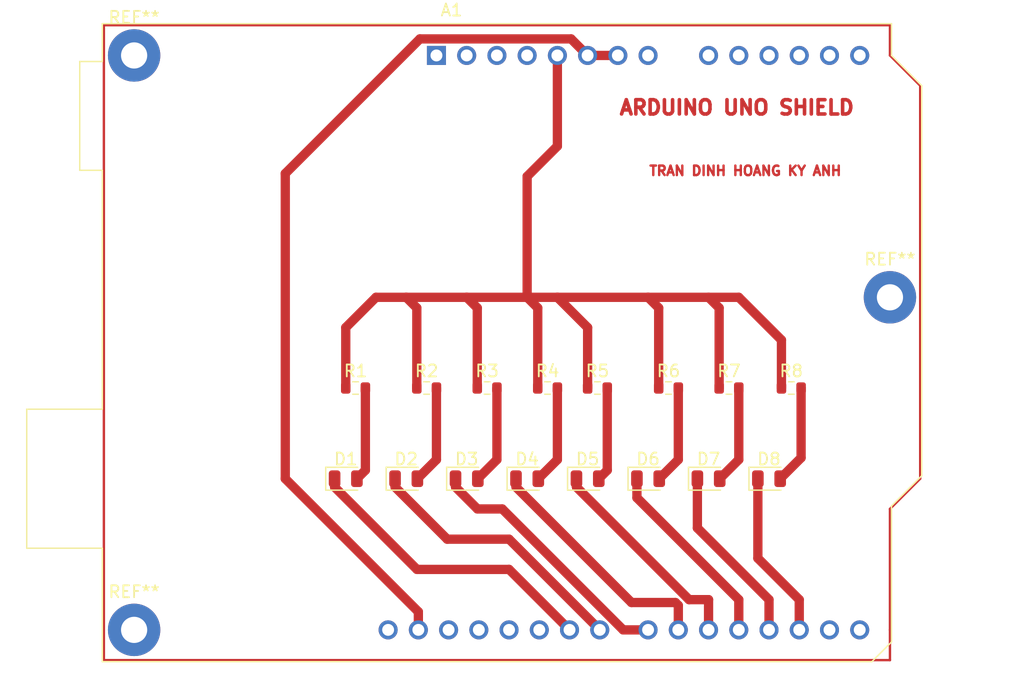
<source format=kicad_pcb>
(kicad_pcb (version 20221018) (generator pcbnew)
  (title_block (title "ARDUINO UNO SHIELD") (company "BACH KHOA") (comment 1 "TRAN DINH HOANG KY ANH"))
  (layers (0 "F.Cu" signal) (31 "B.Cu" signal) (34 "B.Paste" user) (35 "F.Paste" user) (36 "B.SilkS" user "B.Silkscreen") (37 "F.SilkS" user "F.Silkscreen") (38 "B.Mask" user) (39 "F.Mask" user) (44 "Edge.Cuts" user))
  (net 0 "")
  (net 5 "Net-(A1-+5V)")
  (net 6 "GND")
  (net 16 "Net-(A1-D2)")
  (net 17 "Net-(A1-D3)")
  (net 18 "Net-(A1-D4)")
  (net 19 "Net-(A1-D5)")
  (net 20 "Net-(A1-D6)")
  (net 21 "Net-(A1-D7)")
  (net 22 "Net-(A1-D8)")
  (net 23 "Net-(A1-D9)")
  (net 29 "Net-(D1-A)")
  (net 30 "Net-(D2-A)")
  (net 31 "Net-(D3-A)")
  (net 32 "Net-(D4-A)")
  (net 33 "Net-(D5-A)")
  (net 34 "Net-(D6-A)")
  (net 35 "Net-(D7-A)")
  (net 36 "Net-(D8-A)")
  (footprint "MountingHole:MountingHole_2.2mm_M2_Pad" (layer "F.Cu") (at 132.08 121.92)
    (fp_text reference "REF**" (at 0 -3.2) (layer "F.SilkS"))
    (fp_text value "MountingHole_2.2mm_M2_Pad")
    (pad "1" thru_hole circle (at 0 0) (size 4.4 4.4) (drill 2.2) (layers "*.Cu" "*.Mask"))
  )
  (footprint "LED_SMD:LED_0805_2012Metric" (layer "F.Cu") (at 86.36 137.16)
    (fp_text reference "D1" (at 0 -1.65) (layer "F.SilkS"))
    (fp_text value "LED")
    (fp_line (start -1.685 -0.96) (end -1.685 0.96) (stroke (width 0.12)) (layer "F.SilkS"))
    (fp_line (start -1.685 0.96) (end 1 0.96) (stroke (width 0.12)) (layer "F.SilkS"))
    (fp_line (start 1 -0.96) (end -1.685 -0.96) (stroke (width 0.12)) (layer "F.SilkS"))
    (pad "1" smd roundrect (at -0.9375 0) (size 0.975 1.4) (layers "F.Cu" "F.Paste" "F.Mask") (net 23 "Net-(A1-D9)"))
    (pad "2" smd roundrect (at 0.9375 0) (size 0.975 1.4) (layers "F.Cu" "F.Paste" "F.Mask") (net 29 "Net-(D1-A)"))
  )
  (footprint "Resistor_SMD:R_0603_1608Metric" (layer "F.Cu") (at 103.315 129.54)
    (fp_text reference "R4" (at 0 -1.43) (layer "F.SilkS"))
    (fp_text value "247")
    (fp_line (start -0.237258 -0.5225) (end 0.237258 -0.5225) (stroke (width 0.12)) (layer "F.SilkS"))
    (fp_line (start -0.237258 0.5225) (end 0.237258 0.5225) (stroke (width 0.12)) (layer "F.SilkS"))
    (pad "1" smd roundrect (at -0.825 0) (size 0.8 0.95) (layers "F.Cu" "F.Paste" "F.Mask") (net 5 "Net-(A1-+5V)"))
    (pad "2" smd roundrect (at 0.825 0) (size 0.8 0.95) (layers "F.Cu" "F.Paste" "F.Mask") (net 32 "Net-(D4-A)"))
  )
  (footprint "LED_SMD:LED_0805_2012Metric" (layer "F.Cu") (at 101.6 137.16)
    (fp_text reference "D4" (at 0 -1.65) (layer "F.SilkS"))
    (fp_text value "LED")
    (fp_line (start -1.685 -0.96) (end -1.685 0.96) (stroke (width 0.12)) (layer "F.SilkS"))
    (fp_line (start -1.685 0.96) (end 1 0.96) (stroke (width 0.12)) (layer "F.SilkS"))
    (fp_line (start 1 -0.96) (end -1.685 -0.96) (stroke (width 0.12)) (layer "F.SilkS"))
    (pad "1" smd roundrect (at -0.9375 0) (size 0.975 1.4) (layers "F.Cu" "F.Paste" "F.Mask") (net 20 "Net-(A1-D6)"))
    (pad "2" smd roundrect (at 0.9375 0) (size 0.975 1.4) (layers "F.Cu" "F.Paste" "F.Mask") (net 32 "Net-(D4-A)"))
  )
  (footprint "LED_SMD:LED_0805_2012Metric" (layer "F.Cu") (at 91.44 137.16)
    (fp_text reference "D2" (at 0 -1.65) (layer "F.SilkS"))
    (fp_text value "LED")
    (fp_line (start -1.685 -0.96) (end -1.685 0.96) (stroke (width 0.12)) (layer "F.SilkS"))
    (fp_line (start -1.685 0.96) (end 1 0.96) (stroke (width 0.12)) (layer "F.SilkS"))
    (fp_line (start 1 -0.96) (end -1.685 -0.96) (stroke (width 0.12)) (layer "F.SilkS"))
    (pad "1" smd roundrect (at -0.9375 0) (size 0.975 1.4) (layers "F.Cu" "F.Paste" "F.Mask") (net 22 "Net-(A1-D8)"))
    (pad "2" smd roundrect (at 0.9375 0) (size 0.975 1.4) (layers "F.Cu" "F.Paste" "F.Mask") (net 30 "Net-(D2-A)"))
  )
  (footprint "MountingHole:MountingHole_2.2mm_M2_Pad" (layer "F.Cu") (at 68.58 101.6)
    (fp_text reference "REF**" (at 0 -3.2) (layer "F.SilkS"))
    (fp_text value "MountingHole_2.2mm_M2_Pad")
    (pad "1" thru_hole circle (at 0 0) (size 4.4 4.4) (drill 2.2) (layers "*.Cu" "*.Mask"))
  )
  (footprint "Resistor_SMD:R_0603_1608Metric" (layer "F.Cu") (at 123.79 129.54)
    (fp_text reference "R8" (at 0 -1.43) (layer "F.SilkS"))
    (fp_text value "247")
    (fp_line (start -0.237258 -0.5225) (end 0.237258 -0.5225) (stroke (width 0.12)) (layer "F.SilkS"))
    (fp_line (start -0.237258 0.5225) (end 0.237258 0.5225) (stroke (width 0.12)) (layer "F.SilkS"))
    (pad "1" smd roundrect (at -0.825 0) (size 0.8 0.95) (layers "F.Cu" "F.Paste" "F.Mask") (net 5 "Net-(A1-+5V)"))
    (pad "2" smd roundrect (at 0.825 0) (size 0.8 0.95) (layers "F.Cu" "F.Paste" "F.Mask") (net 36 "Net-(D8-A)"))
  )
  (footprint "MountingHole:MountingHole_2.2mm_M2_Pad" (layer "F.Cu") (at 68.58 149.86)
    (fp_text reference "REF**" (at 0 -3.2) (layer "F.SilkS"))
    (fp_text value "MountingHole_2.2mm_M2_Pad")
    (pad "1" thru_hole circle (at 0 0) (size 4.4 4.4) (drill 2.2) (layers "*.Cu" "*.Mask"))
  )
  (footprint "Module:Arduino_UNO_R2" (layer "F.Cu") (at 93.98 101.6)
    (fp_text reference "A1" (at 1.27 -3.81 180) (layer "F.SilkS"))
    (fp_text value "Arduino_UNO_R2")
    (fp_line (start -34.42 29.72) (end -34.42 41.4) (stroke (width 0.12)) (layer "F.SilkS"))
    (fp_line (start -34.42 41.4) (end -28.07 41.4) (stroke (width 0.12)) (layer "F.SilkS"))
    (fp_line (start -29.97 0.51) (end -29.97 9.65) (stroke (width 0.12)) (layer "F.SilkS"))
    (fp_line (start -29.97 9.65) (end -28.07 9.65) (stroke (width 0.12)) (layer "F.SilkS"))
    (fp_line (start -28.07 -2.67) (end -28.07 0.51) (stroke (width 0.12)) (layer "F.SilkS"))
    (fp_line (start -28.07 0.51) (end -29.97 0.51) (stroke (width 0.12)) (layer "F.SilkS"))
    (fp_line (start -28.07 9.65) (end -28.07 29.72) (stroke (width 0.12)) (layer "F.SilkS"))
    (fp_line (start -28.07 29.72) (end -34.42 29.72) (stroke (width 0.12)) (layer "F.SilkS"))
    (fp_line (start -28.07 41.4) (end -28.07 50.93) (stroke (width 0.12)) (layer "F.SilkS"))
    (fp_line (start -28.07 50.93) (end 36.58 50.93) (stroke (width 0.12)) (layer "F.SilkS"))
    (fp_line (start 36.58 50.93) (end 38.23 49.28) (stroke (width 0.12)) (layer "F.SilkS"))
    (fp_line (start 38.23 -2.67) (end -28.07 -2.67) (stroke (width 0.12)) (layer "F.SilkS"))
    (fp_line (start 38.23 0) (end 38.23 -2.67) (stroke (width 0.12)) (layer "F.SilkS"))
    (fp_line (start 38.23 37.85) (end 40.77 35.31) (stroke (width 0.12)) (layer "F.SilkS"))
    (fp_line (start 38.23 49.28) (end 38.23 37.85) (stroke (width 0.12)) (layer "F.SilkS"))
    (fp_line (start 40.77 2.54) (end 38.23 0) (stroke (width 0.12)) (layer "F.SilkS"))
    (fp_line (start 40.77 35.31) (end 40.77 2.54) (stroke (width 0.12)) (layer "F.SilkS"))
    (pad "1" thru_hole rect (at 0 0 90) (size 1.6 1.6) (drill 1) (layers "*.Cu" "*.Mask"))
    (pad "2" thru_hole oval (at 2.54 0 90) (size 1.6 1.6) (drill 1) (layers "*.Cu" "*.Mask"))
    (pad "3" thru_hole oval (at 5.08 0 90) (size 1.6 1.6) (drill 1) (layers "*.Cu" "*.Mask"))
    (pad "4" thru_hole oval (at 7.62 0 90) (size 1.6 1.6) (drill 1) (layers "*.Cu" "*.Mask"))
    (pad "5" thru_hole oval (at 10.16 0 90) (size 1.6 1.6) (drill 1) (layers "*.Cu" "*.Mask") (net 5 "Net-(A1-+5V)"))
    (pad "6" thru_hole oval (at 12.7 0 90) (size 1.6 1.6) (drill 1) (layers "*.Cu" "*.Mask") (net 6 "GND"))
    (pad "7" thru_hole oval (at 15.24 0 90) (size 1.6 1.6) (drill 1) (layers "*.Cu" "*.Mask") (net 6 "GND"))
    (pad "8" thru_hole oval (at 17.78 0 90) (size 1.6 1.6) (drill 1) (layers "*.Cu" "*.Mask"))
    (pad "9" thru_hole oval (at 22.86 0 90) (size 1.6 1.6) (drill 1) (layers "*.Cu" "*.Mask"))
    (pad "10" thru_hole oval (at 25.4 0 90) (size 1.6 1.6) (drill 1) (layers "*.Cu" "*.Mask"))
    (pad "11" thru_hole oval (at 27.94 0 90) (size 1.6 1.6) (drill 1) (layers "*.Cu" "*.Mask"))
    (pad "12" thru_hole oval (at 30.48 0 90) (size 1.6 1.6) (drill 1) (layers "*.Cu" "*.Mask"))
    (pad "13" thru_hole oval (at 33.02 0 90) (size 1.6 1.6) (drill 1) (layers "*.Cu" "*.Mask"))
    (pad "14" thru_hole oval (at 35.56 0 90) (size 1.6 1.6) (drill 1) (layers "*.Cu" "*.Mask"))
    (pad "15" thru_hole oval (at 35.56 48.26 90) (size 1.6 1.6) (drill 1) (layers "*.Cu" "*.Mask"))
    (pad "16" thru_hole oval (at 33.02 48.26 90) (size 1.6 1.6) (drill 1) (layers "*.Cu" "*.Mask"))
    (pad "17" thru_hole oval (at 30.48 48.26 90) (size 1.6 1.6) (drill 1) (layers "*.Cu" "*.Mask") (net 16 "Net-(A1-D2)"))
    (pad "18" thru_hole oval (at 27.94 48.26 90) (size 1.6 1.6) (drill 1) (layers "*.Cu" "*.Mask") (net 17 "Net-(A1-D3)"))
    (pad "19" thru_hole oval (at 25.4 48.26 90) (size 1.6 1.6) (drill 1) (layers "*.Cu" "*.Mask") (net 18 "Net-(A1-D4)"))
    (pad "20" thru_hole oval (at 22.86 48.26 90) (size 1.6 1.6) (drill 1) (layers "*.Cu" "*.Mask") (net 19 "Net-(A1-D5)"))
    (pad "21" thru_hole oval (at 20.32 48.26 90) (size 1.6 1.6) (drill 1) (layers "*.Cu" "*.Mask") (net 20 "Net-(A1-D6)"))
    (pad "22" thru_hole oval (at 17.78 48.26 90) (size 1.6 1.6) (drill 1) (layers "*.Cu" "*.Mask") (net 21 "Net-(A1-D7)"))
    (pad "23" thru_hole oval (at 13.72 48.26 90) (size 1.6 1.6) (drill 1) (layers "*.Cu" "*.Mask") (net 22 "Net-(A1-D8)"))
    (pad "24" thru_hole oval (at 11.18 48.26 90) (size 1.6 1.6) (drill 1) (layers "*.Cu" "*.Mask") (net 23 "Net-(A1-D9)"))
    (pad "25" thru_hole oval (at 8.64 48.26 90) (size 1.6 1.6) (drill 1) (layers "*.Cu" "*.Mask"))
    (pad "26" thru_hole oval (at 6.1 48.26 90) (size 1.6 1.6) (drill 1) (layers "*.Cu" "*.Mask"))
    (pad "27" thru_hole oval (at 3.56 48.26 90) (size 1.6 1.6) (drill 1) (layers "*.Cu" "*.Mask"))
    (pad "28" thru_hole oval (at 1.02 48.26 90) (size 1.6 1.6) (drill 1) (layers "*.Cu" "*.Mask"))
    (pad "29" thru_hole oval (at -1.52 48.26 90) (size 1.6 1.6) (drill 1) (layers "*.Cu" "*.Mask") (net 6 "GND"))
    (pad "30" thru_hole oval (at -4.06 48.26 90) (size 1.6 1.6) (drill 1) (layers "*.Cu" "*.Mask"))
  )
  (footprint "LED_SMD:LED_0805_2012Metric" (layer "F.Cu") (at 96.52 137.16)
    (fp_text reference "D3" (at 0 -1.65) (layer "F.SilkS"))
    (fp_text value "LED")
    (fp_line (start -1.685 -0.96) (end -1.685 0.96) (stroke (width 0.12)) (layer "F.SilkS"))
    (fp_line (start -1.685 0.96) (end 1 0.96) (stroke (width 0.12)) (layer "F.SilkS"))
    (fp_line (start 1 -0.96) (end -1.685 -0.96) (stroke (width 0.12)) (layer "F.SilkS"))
    (pad "1" smd roundrect (at -0.9375 0) (size 0.975 1.4) (layers "F.Cu" "F.Paste" "F.Mask") (net 21 "Net-(A1-D7)"))
    (pad "2" smd roundrect (at 0.9375 0) (size 0.975 1.4) (layers "F.Cu" "F.Paste" "F.Mask") (net 31 "Net-(D3-A)"))
  )
  (footprint "LED_SMD:LED_0805_2012Metric" (layer "F.Cu") (at 111.76 137.16)
    (fp_text reference "D6" (at 0 -1.65) (layer "F.SilkS"))
    (fp_text value "LED")
    (fp_line (start -1.685 -0.96) (end -1.685 0.96) (stroke (width 0.12)) (layer "F.SilkS"))
    (fp_line (start -1.685 0.96) (end 1 0.96) (stroke (width 0.12)) (layer "F.SilkS"))
    (fp_line (start 1 -0.96) (end -1.685 -0.96) (stroke (width 0.12)) (layer "F.SilkS"))
    (pad "1" smd roundrect (at -0.9375 0) (size 0.975 1.4) (layers "F.Cu" "F.Paste" "F.Mask") (net 18 "Net-(A1-D4)"))
    (pad "2" smd roundrect (at 0.9375 0) (size 0.975 1.4) (layers "F.Cu" "F.Paste" "F.Mask") (net 34 "Net-(D6-A)"))
  )
  (footprint "LED_SMD:LED_0805_2012Metric" (layer "F.Cu") (at 121.92 137.16)
    (fp_text reference "D8" (at 0 -1.65) (layer "F.SilkS"))
    (fp_text value "LED")
    (fp_line (start -1.685 -0.96) (end -1.685 0.96) (stroke (width 0.12)) (layer "F.SilkS"))
    (fp_line (start -1.685 0.96) (end 1 0.96) (stroke (width 0.12)) (layer "F.SilkS"))
    (fp_line (start 1 -0.96) (end -1.685 -0.96) (stroke (width 0.12)) (layer "F.SilkS"))
    (pad "1" smd roundrect (at -0.9375 0) (size 0.975 1.4) (layers "F.Cu" "F.Paste" "F.Mask") (net 16 "Net-(A1-D2)"))
    (pad "2" smd roundrect (at 0.9375 0) (size 0.975 1.4) (layers "F.Cu" "F.Paste" "F.Mask") (net 36 "Net-(D8-A)"))
  )
  (footprint "Resistor_SMD:R_0603_1608Metric" (layer "F.Cu") (at 107.505 129.54)
    (fp_text reference "R5" (at 0 -1.43) (layer "F.SilkS"))
    (fp_text value "247")
    (fp_line (start -0.237258 -0.5225) (end 0.237258 -0.5225) (stroke (width 0.12)) (layer "F.SilkS"))
    (fp_line (start -0.237258 0.5225) (end 0.237258 0.5225) (stroke (width 0.12)) (layer "F.SilkS"))
    (pad "1" smd roundrect (at -0.825 0) (size 0.8 0.95) (layers "F.Cu" "F.Paste" "F.Mask") (net 5 "Net-(A1-+5V)"))
    (pad "2" smd roundrect (at 0.825 0) (size 0.8 0.95) (layers "F.Cu" "F.Paste" "F.Mask") (net 33 "Net-(D5-A)"))
  )
  (footprint "Resistor_SMD:R_0603_1608Metric" (layer "F.Cu") (at 113.475 129.54)
    (fp_text reference "R6" (at 0 -1.43) (layer "F.SilkS"))
    (fp_text value "247")
    (fp_line (start -0.237258 -0.5225) (end 0.237258 -0.5225) (stroke (width 0.12)) (layer "F.SilkS"))
    (fp_line (start -0.237258 0.5225) (end 0.237258 0.5225) (stroke (width 0.12)) (layer "F.SilkS"))
    (pad "1" smd roundrect (at -0.825 0) (size 0.8 0.95) (layers "F.Cu" "F.Paste" "F.Mask") (net 5 "Net-(A1-+5V)"))
    (pad "2" smd roundrect (at 0.825 0) (size 0.8 0.95) (layers "F.Cu" "F.Paste" "F.Mask") (net 34 "Net-(D6-A)"))
  )
  (footprint "LED_SMD:LED_0805_2012Metric" (layer "F.Cu") (at 106.68 137.16)
    (fp_text reference "D5" (at 0 -1.65) (layer "F.SilkS"))
    (fp_text value "LED")
    (fp_line (start -1.685 -0.96) (end -1.685 0.96) (stroke (width 0.12)) (layer "F.SilkS"))
    (fp_line (start -1.685 0.96) (end 1 0.96) (stroke (width 0.12)) (layer "F.SilkS"))
    (fp_line (start 1 -0.96) (end -1.685 -0.96) (stroke (width 0.12)) (layer "F.SilkS"))
    (pad "1" smd roundrect (at -0.9375 0) (size 0.975 1.4) (layers "F.Cu" "F.Paste" "F.Mask") (net 19 "Net-(A1-D5)"))
    (pad "2" smd roundrect (at 0.9375 0) (size 0.975 1.4) (layers "F.Cu" "F.Paste" "F.Mask") (net 33 "Net-(D5-A)"))
  )
  (footprint "Resistor_SMD:R_0603_1608Metric" (layer "F.Cu") (at 118.555 129.54)
    (fp_text reference "R7" (at 0 -1.43) (layer "F.SilkS"))
    (fp_text value "247")
    (fp_line (start -0.237258 -0.5225) (end 0.237258 -0.5225) (stroke (width 0.12)) (layer "F.SilkS"))
    (fp_line (start -0.237258 0.5225) (end 0.237258 0.5225) (stroke (width 0.12)) (layer "F.SilkS"))
    (pad "1" smd roundrect (at -0.825 0) (size 0.8 0.95) (layers "F.Cu" "F.Paste" "F.Mask") (net 5 "Net-(A1-+5V)"))
    (pad "2" smd roundrect (at 0.825 0) (size 0.8 0.95) (layers "F.Cu" "F.Paste" "F.Mask") (net 35 "Net-(D7-A)"))
  )
  (footprint "LED_SMD:LED_0805_2012Metric" (layer "F.Cu") (at 116.84 137.16)
    (fp_text reference "D7" (at 0 -1.65) (layer "F.SilkS"))
    (fp_text value "LED")
    (fp_line (start -1.685 -0.96) (end -1.685 0.96) (stroke (width 0.12)) (layer "F.SilkS"))
    (fp_line (start -1.685 0.96) (end 1 0.96) (stroke (width 0.12)) (layer "F.SilkS"))
    (fp_line (start 1 -0.96) (end -1.685 -0.96) (stroke (width 0.12)) (layer "F.SilkS"))
    (pad "1" smd roundrect (at -0.9375 0) (size 0.975 1.4) (layers "F.Cu" "F.Paste" "F.Mask") (net 17 "Net-(A1-D3)"))
    (pad "2" smd roundrect (at 0.9375 0) (size 0.975 1.4) (layers "F.Cu" "F.Paste" "F.Mask") (net 35 "Net-(D7-A)"))
  )
  (footprint "Resistor_SMD:R_0603_1608Metric" (layer "F.Cu") (at 98.235 129.54)
    (fp_text reference "R3" (at 0 -1.43) (layer "F.SilkS"))
    (fp_text value "247")
    (fp_line (start -0.237258 -0.5225) (end 0.237258 -0.5225) (stroke (width 0.12)) (layer "F.SilkS"))
    (fp_line (start -0.237258 0.5225) (end 0.237258 0.5225) (stroke (width 0.12)) (layer "F.SilkS"))
    (pad "1" smd roundrect (at -0.825 0) (size 0.8 0.95) (layers "F.Cu" "F.Paste" "F.Mask") (net 5 "Net-(A1-+5V)"))
    (pad "2" smd roundrect (at 0.825 0) (size 0.8 0.95) (layers "F.Cu" "F.Paste" "F.Mask") (net 31 "Net-(D3-A)"))
  )
  (footprint "Resistor_SMD:R_0603_1608Metric" (layer "F.Cu") (at 87.185 129.54)
    (fp_text reference "R1" (at 0 -1.43) (layer "F.SilkS"))
    (fp_text value "247")
    (fp_line (start -0.237258 -0.5225) (end 0.237258 -0.5225) (stroke (width 0.12)) (layer "F.SilkS"))
    (fp_line (start -0.237258 0.5225) (end 0.237258 0.5225) (stroke (width 0.12)) (layer "F.SilkS"))
    (pad "1" smd roundrect (at -0.825 0) (size 0.8 0.95) (layers "F.Cu" "F.Paste" "F.Mask") (net 5 "Net-(A1-+5V)"))
    (pad "2" smd roundrect (at 0.825 0) (size 0.8 0.95) (layers "F.Cu" "F.Paste" "F.Mask") (net 29 "Net-(D1-A)"))
  )
  (footprint "Resistor_SMD:R_0603_1608Metric" (layer "F.Cu") (at 93.155 129.54)
    (fp_text reference "R2" (at 0 -1.43) (layer "F.SilkS"))
    (fp_text value "247")
    (fp_line (start -0.237258 -0.5225) (end 0.237258 -0.5225) (stroke (width 0.12)) (layer "F.SilkS"))
    (fp_line (start -0.237258 0.5225) (end 0.237258 0.5225) (stroke (width 0.12)) (layer "F.SilkS"))
    (pad "1" smd roundrect (at -0.825 0) (size 0.8 0.95) (layers "F.Cu" "F.Paste" "F.Mask") (net 5 "Net-(A1-+5V)"))
    (pad "2" smd roundrect (at 0.825 0) (size 0.8 0.95) (layers "F.Cu" "F.Paste" "F.Mask") (net 30 "Net-(D2-A)"))
  )
  (gr_line (start 132.08 101.6) (end 134.62 104.14) (stroke (width 0.2)) (layer "F.Cu"))
  (gr_line (start 132.08 152.4) (end 66.04 152.4) (stroke (width 0.2)) (layer "F.Cu"))
  (gr_line (start 134.62 137.16) (end 132.08 139.7) (stroke (width 0.2)) (layer "F.Cu"))
  (gr_line (start 132.08 149.86) (end 132.08 152.4) (stroke (width 0.2)) (layer "F.Cu"))
  (gr_line (start 132.08 139.7) (end 132.08 149.86) (stroke (width 0.2)) (layer "F.Cu"))
  (gr_line (start 132.08 99.06) (end 132.08 101.6) (stroke (width 0.2)) (layer "F.Cu"))
  (gr_line (start 134.62 104.14) (end 134.62 137.16) (stroke (width 0.2)) (layer "F.Cu"))
  (gr_line (start 66.04 152.4) (end 66.04 99.06) (stroke (width 0.2)) (layer "F.Cu"))
  (gr_line (start 66.04 99.06) (end 132.08 99.06) (stroke (width 0.2)) (layer "F.Cu"))
  (gr_text "ARDUINO UNO SHIELD" (at 109.22 106.68) (layer "F.Cu") (effects (font (size 1.2 1.2) (thickness 0.3) bold) (justify left bottom)))
  (gr_text "TRAN DINH HOANG KY ANH" (at 111.76 111.76) (layer "F.Cu") (effects (font (size 0.8 0.8) (thickness 0.2) bold) (justify left bottom)))
  (segment (start 117.73 122.81) (end 116.84 121.92) (width 0.78) (layer "F.Cu") (net 5))
  (segment (start 104.14 121.92) (end 111.76 121.92) (width 0.78) (layer "F.Cu") (net 5))
  (segment (start 102.49 122.81) (end 101.6 121.92) (width 0.78) (layer "F.Cu") (net 5))
  (segment (start 86.36 124.46) (end 88.9 121.92) (width 0.78) (layer "F.Cu") (net 5))
  (segment (start 117.73 129.54) (end 117.73 122.81) (width 0.78) (layer "F.Cu") (net 5))
  (segment (start 86.36 129.54) (end 86.36 124.46) (width 0.78) (layer "F.Cu") (net 5))
  (segment (start 106.68 124.46) (end 104.14 121.92) (width 0.78) (layer "F.Cu") (net 5))
  (segment (start 111.76 121.92) (end 119.38 121.92) (width 0.78) (layer "F.Cu") (net 5))
  (segment (start 92.33 129.54) (end 92.33 122.81) (width 0.78) (layer "F.Cu") (net 5))
  (segment (start 119.38 121.92) (end 122.965 125.505) (width 0.78) (layer "F.Cu") (net 5))
  (segment (start 96.52 121.92) (end 101.6 121.92) (width 0.78) (layer "F.Cu") (net 5))
  (segment (start 97.41 129.54) (end 97.41 122.81) (width 0.78) (layer "F.Cu") (net 5))
  (segment (start 102.49 129.54) (end 102.49 122.81) (width 0.78) (layer "F.Cu") (net 5))
  (segment (start 91.44 121.92) (end 96.52 121.92) (width 0.78) (layer "F.Cu") (net 5))
  (segment (start 97.41 122.81) (end 96.52 121.92) (width 0.78) (layer "F.Cu") (net 5))
  (segment (start 104.14 109.22) (end 101.6 111.76) (width 0.78) (layer "F.Cu") (net 5))
  (segment (start 112.65 129.54) (end 112.65 122.81) (width 0.78) (layer "F.Cu") (net 5))
  (segment (start 101.6 111.76) (end 101.6 121.92) (width 0.78) (layer "F.Cu") (net 5))
  (segment (start 101.6 121.92) (end 104.14 121.92) (width 0.78) (layer "F.Cu") (net 5))
  (segment (start 112.65 122.81) (end 111.76 121.92) (width 0.78) (layer "F.Cu") (net 5))
  (segment (start 122.965 125.505) (end 122.965 129.54) (width 0.78) (layer "F.Cu") (net 5))
  (segment (start 88.9 121.92) (end 91.44 121.92) (width 0.78) (layer "F.Cu") (net 5))
  (segment (start 92.33 122.81) (end 91.44 121.92) (width 0.78) (layer "F.Cu") (net 5))
  (segment (start 106.68 129.54) (end 106.68 124.46) (width 0.78) (layer "F.Cu") (net 5))
  (segment (start 104.14 101.6) (end 104.14 109.22) (width 0.78) (layer "F.Cu") (net 5))
  (segment (start 81.28 111.52) (end 92.59 100.21) (width 0.78) (layer "F.Cu") (net 6))
  (segment (start 92.46 149.86) (end 92.46 148.34) (width 0.78) (layer "F.Cu") (net 6))
  (segment (start 81.28 137.16) (end 81.28 111.52) (width 0.78) (layer "F.Cu") (net 6))
  (segment (start 92.59 100.21) (end 105.29 100.21) (width 0.78) (layer "F.Cu") (net 6))
  (segment (start 109.22 101.6) (end 106.68 101.6) (width 0.78) (layer "F.Cu") (net 6))
  (segment (start 105.29 100.21) (end 106.68 101.6) (width 0.78) (layer "F.Cu") (net 6))
  (segment (start 92.46 148.34) (end 81.28 137.16) (width 0.78) (layer "F.Cu") (net 6))
  (segment (start 124.46 149.86) (end 124.46 147.32) (width 0.78) (layer "F.Cu") (net 16))
  (segment (start 124.46 147.32) (end 120.9825 143.8425) (width 0.78) (layer "F.Cu") (net 16))
  (segment (start 120.9825 143.8425) (end 120.9825 137.16) (width 0.78) (layer "F.Cu") (net 16))
  (segment (start 115.9025 141.3025) (end 121.92 147.32) (width 0.78) (layer "F.Cu") (net 17))
  (segment (start 121.92 147.32) (end 121.92 149.86) (width 0.78) (layer "F.Cu") (net 17))
  (segment (start 115.9025 137.16) (end 115.9025 141.3025) (width 0.78) (layer "F.Cu") (net 17))
  (segment (start 119.38 147.32) (end 119.38 149.86) (width 0.78) (layer "F.Cu") (net 18))
  (segment (start 110.8225 138.7625) (end 119.38 147.32) (width 0.78) (layer "F.Cu") (net 18))
  (segment (start 110.8225 137.16) (end 110.8225 138.7625) (width 0.78) (layer "F.Cu") (net 18))
  (segment (start 105.7425 137.859999) (end 115.202501 147.32) (width 0.78) (layer "F.Cu") (net 19))
  (segment (start 105.7425 137.16) (end 105.7425 137.859999) (width 0.78) (layer "F.Cu") (net 19))
  (segment (start 116.84 147.32) (end 116.84 149.86) (width 0.78) (layer "F.Cu") (net 19))
  (segment (start 115.202501 147.32) (end 116.84 147.32) (width 0.78) (layer "F.Cu") (net 19))
  (segment (start 110.364215 147.561714) (end 114.058286 147.561714) (width 0.78) (layer "F.Cu") (net 20))
  (segment (start 100.6625 137.16) (end 100.6625 137.859999) (width 0.78) (layer "F.Cu") (net 20))
  (segment (start 100.6625 137.859999) (end 110.364215 147.561714) (width 0.78) (layer "F.Cu") (net 20))
  (segment (start 114.3 147.803428) (end 114.3 149.86) (width 0.78) (layer "F.Cu") (net 20))
  (segment (start 114.058286 147.561714) (end 114.3 147.803428) (width 0.78) (layer "F.Cu") (net 20))
  (segment (start 97.422501 139.7) (end 99.505757 139.7) (width 0.78) (layer "F.Cu") (net 21))
  (segment (start 109.665757 149.86) (end 111.76 149.86) (width 0.78) (layer "F.Cu") (net 21))
  (segment (start 95.5825 137.16) (end 95.5825 137.859999) (width 0.78) (layer "F.Cu") (net 21))
  (segment (start 99.505757 139.7) (end 109.665757 149.86) (width 0.78) (layer "F.Cu") (net 21))
  (segment (start 95.5825 137.859999) (end 97.422501 139.7) (width 0.78) (layer "F.Cu") (net 21))
  (segment (start 90.5025 137.859999) (end 94.882501 142.24) (width 0.78) (layer "F.Cu") (net 22))
  (segment (start 90.5025 137.16) (end 90.5025 137.859999) (width 0.78) (layer "F.Cu") (net 22))
  (segment (start 100.08 142.24) (end 107.7 149.86) (width 0.78) (layer "F.Cu") (net 22))
  (segment (start 94.882501 142.24) (end 100.08 142.24) (width 0.78) (layer "F.Cu") (net 22))
  (segment (start 100.08 144.78) (end 105.16 149.86) (width 0.78) (layer "F.Cu") (net 23))
  (segment (start 85.4225 137.859999) (end 92.342501 144.78) (width 0.78) (layer "F.Cu") (net 23))
  (segment (start 85.4225 137.16) (end 85.4225 137.859999) (width 0.78) (layer "F.Cu") (net 23))
  (segment (start 92.342501 144.78) (end 100.08 144.78) (width 0.78) (layer "F.Cu") (net 23))
  (segment (start 88.01 136.4475) (end 87.2975 137.16) (width 0.78) (layer "F.Cu") (net 29))
  (segment (start 88.01 129.54) (end 88.01 136.4475) (width 0.78) (layer "F.Cu") (net 29))
  (segment (start 93.98 129.54) (end 93.98 135.5575) (width 0.78) (layer "F.Cu") (net 30))
  (segment (start 93.98 135.5575) (end 92.3775 137.16) (width 0.78) (layer "F.Cu") (net 30))
  (segment (start 99.06 135.5575) (end 97.4575 137.16) (width 0.78) (layer "F.Cu") (net 31))
  (segment (start 99.06 129.54) (end 99.06 135.5575) (width 0.78) (layer "F.Cu") (net 31))
  (segment (start 104.14 129.54) (end 104.14 135.5575) (width 0.78) (layer "F.Cu") (net 32))
  (segment (start 104.14 135.5575) (end 102.5375 137.16) (width 0.78) (layer "F.Cu") (net 32))
  (segment (start 108.33 129.54) (end 108.33 136.4475) (width 0.78) (layer "F.Cu") (net 33))
  (segment (start 108.33 136.4475) (end 107.6175 137.16) (width 0.78) (layer "F.Cu") (net 33))
  (segment (start 114.3 135.5575) (end 112.6975 137.16) (width 0.78) (layer "F.Cu") (net 34))
  (segment (start 114.3 129.54) (end 114.3 135.5575) (width 0.78) (layer "F.Cu") (net 34))
  (segment (start 119.38 129.54) (end 119.38 135.5575) (width 0.78) (layer "F.Cu") (net 35))
  (segment (start 119.38 135.5575) (end 117.7775 137.16) (width 0.78) (layer "F.Cu") (net 35))
  (segment (start 124.615 135.4025) (end 122.8575 137.16) (width 0.78) (layer "F.Cu") (net 36))
  (segment (start 124.615 129.54) (end 124.615 135.4025) (width 0.78) (layer "F.Cu") (net 36))
)
</source>
